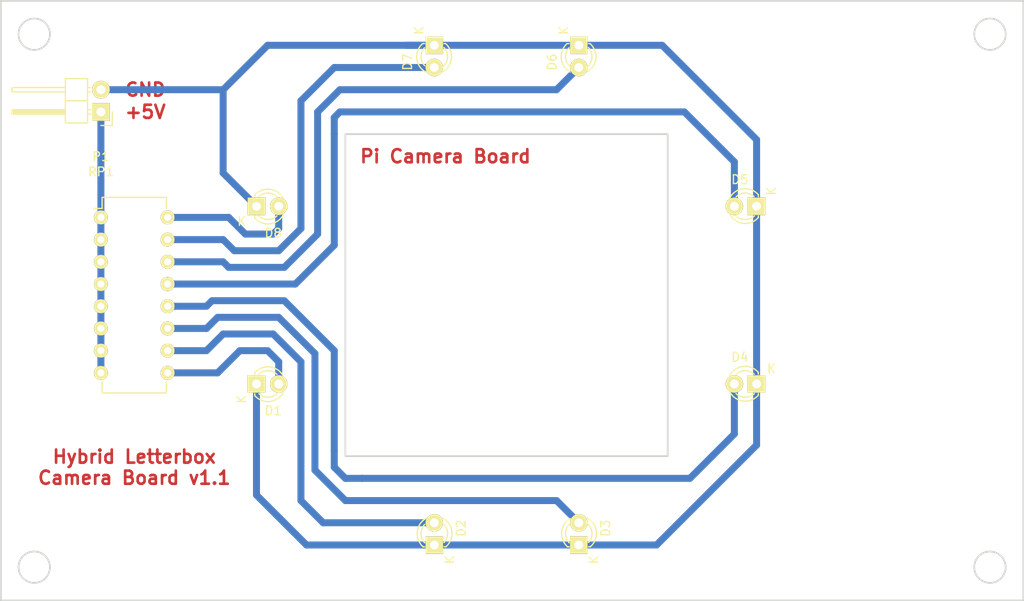
<source format=kicad_pcb>
(kicad_pcb (version 4) (host pcbnew 4.0.1-stable)

  (general
    (links 24)
    (no_connects 0)
    (area 67.209999 55.779999 184.250001 124.560001)
    (thickness 1.6)
    (drawings 21)
    (tracks 89)
    (zones 0)
    (modules 10)
    (nets 11)
  )

  (page A4)
  (layers
    (0 F.Cu signal)
    (31 B.Cu signal)
    (32 B.Adhes user)
    (33 F.Adhes user)
    (34 B.Paste user)
    (35 F.Paste user)
    (36 B.SilkS user)
    (37 F.SilkS user)
    (38 B.Mask user)
    (39 F.Mask user)
    (40 Dwgs.User user hide)
    (41 Cmts.User user)
    (42 Eco1.User user)
    (43 Eco2.User user)
    (44 Edge.Cuts user)
    (45 Margin user)
    (46 B.CrtYd user)
    (47 F.CrtYd user)
    (48 B.Fab user)
    (49 F.Fab user)
  )

  (setup
    (last_trace_width 0.8)
    (trace_clearance 0.8)
    (zone_clearance 0.508)
    (zone_45_only yes)
    (trace_min 0.8)
    (segment_width 0.2)
    (edge_width 0.2)
    (via_size 1.4)
    (via_drill 0.8)
    (via_min_size 1.4)
    (via_min_drill 0.8)
    (uvia_size 1.4)
    (uvia_drill 0.8)
    (uvias_allowed no)
    (uvia_min_size 1.4)
    (uvia_min_drill 0.8)
    (pcb_text_width 0.3)
    (pcb_text_size 1.5 1.5)
    (mod_edge_width 0.15)
    (mod_text_size 1 1)
    (mod_text_width 0.15)
    (pad_size 1.5 1.5)
    (pad_drill 0.6)
    (pad_to_mask_clearance 0)
    (aux_axis_origin 0 0)
    (visible_elements FFFFFF7F)
    (pcbplotparams
      (layerselection 0x00000_80000001)
      (usegerberextensions false)
      (excludeedgelayer false)
      (linewidth 0.100000)
      (plotframeref false)
      (viasonmask false)
      (mode 1)
      (useauxorigin false)
      (hpglpennumber 1)
      (hpglpenspeed 20)
      (hpglpendiameter 15)
      (hpglpenoverlay 2)
      (psnegative false)
      (psa4output false)
      (plotreference true)
      (plotvalue true)
      (plotinvisibletext false)
      (padsonsilk false)
      (subtractmaskfromsilk false)
      (outputformat 4)
      (mirror false)
      (drillshape 0)
      (scaleselection 1)
      (outputdirectory plots/))
  )

  (net 0 "")
  (net 1 GND)
  (net 2 "Net-(D1-Pad2)")
  (net 3 "Net-(D2-Pad2)")
  (net 4 "Net-(D3-Pad2)")
  (net 5 "Net-(D4-Pad2)")
  (net 6 "Net-(D5-Pad2)")
  (net 7 "Net-(D6-Pad2)")
  (net 8 "Net-(D7-Pad2)")
  (net 9 "Net-(D8-Pad2)")
  (net 10 +5V)

  (net_class Default "This is the default net class."
    (clearance 0.8)
    (trace_width 0.8)
    (via_dia 1.4)
    (via_drill 0.8)
    (uvia_dia 1.4)
    (uvia_drill 0.8)
    (add_net +5V)
    (add_net GND)
    (add_net "Net-(D1-Pad2)")
    (add_net "Net-(D2-Pad2)")
    (add_net "Net-(D3-Pad2)")
    (add_net "Net-(D4-Pad2)")
    (add_net "Net-(D5-Pad2)")
    (add_net "Net-(D6-Pad2)")
    (add_net "Net-(D7-Pad2)")
    (add_net "Net-(D8-Pad2)")
  )

  (module LEDs:LED-3MM (layer F.Cu) (tedit 56B8C204) (tstamp 56B8C1D3)
    (at 96.52 99.695)
    (descr "LED 3mm round vertical")
    (tags "LED  3mm round vertical")
    (path /569CF26A)
    (fp_text reference D1 (at 1.91 3.06) (layer F.SilkS)
      (effects (font (size 1 1) (thickness 0.15)))
    )
    (fp_text value LED (at 1.3 -2.9) (layer F.Fab)
      (effects (font (size 1 1) (thickness 0.15)))
    )
    (fp_line (start -1.2 2.3) (end 3.8 2.3) (layer F.CrtYd) (width 0.05))
    (fp_line (start 3.8 2.3) (end 3.8 -2.2) (layer F.CrtYd) (width 0.05))
    (fp_line (start 3.8 -2.2) (end -1.2 -2.2) (layer F.CrtYd) (width 0.05))
    (fp_line (start -1.2 -2.2) (end -1.2 2.3) (layer F.CrtYd) (width 0.05))
    (fp_line (start -0.199 1.314) (end -0.199 1.114) (layer F.SilkS) (width 0.15))
    (fp_line (start -0.199 -1.28) (end -0.199 -1.1) (layer F.SilkS) (width 0.15))
    (fp_arc (start 1.301 0.034) (end -0.199 -1.286) (angle 108.5) (layer F.SilkS) (width 0.15))
    (fp_arc (start 1.301 0.034) (end 0.25 -1.1) (angle 85.7) (layer F.SilkS) (width 0.15))
    (fp_arc (start 1.311 0.034) (end 3.051 0.994) (angle 110) (layer F.SilkS) (width 0.15))
    (fp_arc (start 1.301 0.034) (end 2.335 1.094) (angle 87.5) (layer F.SilkS) (width 0.15))
    (fp_text user K (at -1.69 1.74 90) (layer F.SilkS)
      (effects (font (size 1 1) (thickness 0.15)))
    )
    (pad 1 thru_hole rect (at 0 0 90) (size 2 2) (drill 1.00076) (layers *.Cu *.Mask F.SilkS)
      (net 1 GND))
    (pad 2 thru_hole circle (at 2.54 0) (size 2 2) (drill 1.00076) (layers *.Cu *.Mask F.SilkS)
      (net 2 "Net-(D1-Pad2)"))
    (model LEDs.3dshapes/LED-3MM.wrl
      (at (xyz 0.05 0 0))
      (scale (xyz 1 1 1))
      (rotate (xyz 0 0 90))
    )
  )

  (module LEDs:LED-3MM (layer F.Cu) (tedit 559B82F6) (tstamp 56B8C1D9)
    (at 116.84 118.11 90)
    (descr "LED 3mm round vertical")
    (tags "LED  3mm round vertical")
    (path /569CF2C0)
    (fp_text reference D2 (at 1.91 3.06 90) (layer F.SilkS)
      (effects (font (size 1 1) (thickness 0.15)))
    )
    (fp_text value LED (at 1.3 -2.9 90) (layer F.Fab)
      (effects (font (size 1 1) (thickness 0.15)))
    )
    (fp_line (start -1.2 2.3) (end 3.8 2.3) (layer F.CrtYd) (width 0.05))
    (fp_line (start 3.8 2.3) (end 3.8 -2.2) (layer F.CrtYd) (width 0.05))
    (fp_line (start 3.8 -2.2) (end -1.2 -2.2) (layer F.CrtYd) (width 0.05))
    (fp_line (start -1.2 -2.2) (end -1.2 2.3) (layer F.CrtYd) (width 0.05))
    (fp_line (start -0.199 1.314) (end -0.199 1.114) (layer F.SilkS) (width 0.15))
    (fp_line (start -0.199 -1.28) (end -0.199 -1.1) (layer F.SilkS) (width 0.15))
    (fp_arc (start 1.301 0.034) (end -0.199 -1.286) (angle 108.5) (layer F.SilkS) (width 0.15))
    (fp_arc (start 1.301 0.034) (end 0.25 -1.1) (angle 85.7) (layer F.SilkS) (width 0.15))
    (fp_arc (start 1.311 0.034) (end 3.051 0.994) (angle 110) (layer F.SilkS) (width 0.15))
    (fp_arc (start 1.301 0.034) (end 2.335 1.094) (angle 87.5) (layer F.SilkS) (width 0.15))
    (fp_text user K (at -1.69 1.74 90) (layer F.SilkS)
      (effects (font (size 1 1) (thickness 0.15)))
    )
    (pad 1 thru_hole rect (at 0 0 180) (size 2 2) (drill 1.00076) (layers *.Cu *.Mask F.SilkS)
      (net 1 GND))
    (pad 2 thru_hole circle (at 2.54 0 90) (size 2 2) (drill 1.00076) (layers *.Cu *.Mask F.SilkS)
      (net 3 "Net-(D2-Pad2)"))
    (model LEDs.3dshapes/LED-3MM.wrl
      (at (xyz 0.05 0 0))
      (scale (xyz 1 1 1))
      (rotate (xyz 0 0 90))
    )
  )

  (module LEDs:LED-3MM (layer F.Cu) (tedit 559B82F6) (tstamp 56B8C1DF)
    (at 133.35 118.11 90)
    (descr "LED 3mm round vertical")
    (tags "LED  3mm round vertical")
    (path /569CF2DA)
    (fp_text reference D3 (at 1.91 3.06 90) (layer F.SilkS)
      (effects (font (size 1 1) (thickness 0.15)))
    )
    (fp_text value LED (at 1.3 -2.9 90) (layer F.Fab)
      (effects (font (size 1 1) (thickness 0.15)))
    )
    (fp_line (start -1.2 2.3) (end 3.8 2.3) (layer F.CrtYd) (width 0.05))
    (fp_line (start 3.8 2.3) (end 3.8 -2.2) (layer F.CrtYd) (width 0.05))
    (fp_line (start 3.8 -2.2) (end -1.2 -2.2) (layer F.CrtYd) (width 0.05))
    (fp_line (start -1.2 -2.2) (end -1.2 2.3) (layer F.CrtYd) (width 0.05))
    (fp_line (start -0.199 1.314) (end -0.199 1.114) (layer F.SilkS) (width 0.15))
    (fp_line (start -0.199 -1.28) (end -0.199 -1.1) (layer F.SilkS) (width 0.15))
    (fp_arc (start 1.301 0.034) (end -0.199 -1.286) (angle 108.5) (layer F.SilkS) (width 0.15))
    (fp_arc (start 1.301 0.034) (end 0.25 -1.1) (angle 85.7) (layer F.SilkS) (width 0.15))
    (fp_arc (start 1.311 0.034) (end 3.051 0.994) (angle 110) (layer F.SilkS) (width 0.15))
    (fp_arc (start 1.301 0.034) (end 2.335 1.094) (angle 87.5) (layer F.SilkS) (width 0.15))
    (fp_text user K (at -1.69 1.74 90) (layer F.SilkS)
      (effects (font (size 1 1) (thickness 0.15)))
    )
    (pad 1 thru_hole rect (at 0 0 180) (size 2 2) (drill 1.00076) (layers *.Cu *.Mask F.SilkS)
      (net 1 GND))
    (pad 2 thru_hole circle (at 2.54 0 90) (size 2 2) (drill 1.00076) (layers *.Cu *.Mask F.SilkS)
      (net 4 "Net-(D3-Pad2)"))
    (model LEDs.3dshapes/LED-3MM.wrl
      (at (xyz 0.05 0 0))
      (scale (xyz 1 1 1))
      (rotate (xyz 0 0 90))
    )
  )

  (module LEDs:LED-3MM (layer F.Cu) (tedit 559B82F6) (tstamp 56B8C1E5)
    (at 153.67 99.695 180)
    (descr "LED 3mm round vertical")
    (tags "LED  3mm round vertical")
    (path /569CF2F5)
    (fp_text reference D4 (at 1.91 3.06 180) (layer F.SilkS)
      (effects (font (size 1 1) (thickness 0.15)))
    )
    (fp_text value LED (at 1.3 -2.9 180) (layer F.Fab)
      (effects (font (size 1 1) (thickness 0.15)))
    )
    (fp_line (start -1.2 2.3) (end 3.8 2.3) (layer F.CrtYd) (width 0.05))
    (fp_line (start 3.8 2.3) (end 3.8 -2.2) (layer F.CrtYd) (width 0.05))
    (fp_line (start 3.8 -2.2) (end -1.2 -2.2) (layer F.CrtYd) (width 0.05))
    (fp_line (start -1.2 -2.2) (end -1.2 2.3) (layer F.CrtYd) (width 0.05))
    (fp_line (start -0.199 1.314) (end -0.199 1.114) (layer F.SilkS) (width 0.15))
    (fp_line (start -0.199 -1.28) (end -0.199 -1.1) (layer F.SilkS) (width 0.15))
    (fp_arc (start 1.301 0.034) (end -0.199 -1.286) (angle 108.5) (layer F.SilkS) (width 0.15))
    (fp_arc (start 1.301 0.034) (end 0.25 -1.1) (angle 85.7) (layer F.SilkS) (width 0.15))
    (fp_arc (start 1.311 0.034) (end 3.051 0.994) (angle 110) (layer F.SilkS) (width 0.15))
    (fp_arc (start 1.301 0.034) (end 2.335 1.094) (angle 87.5) (layer F.SilkS) (width 0.15))
    (fp_text user K (at -1.69 1.74 180) (layer F.SilkS)
      (effects (font (size 1 1) (thickness 0.15)))
    )
    (pad 1 thru_hole rect (at 0 0 270) (size 2 2) (drill 1.00076) (layers *.Cu *.Mask F.SilkS)
      (net 1 GND))
    (pad 2 thru_hole circle (at 2.54 0 180) (size 2 2) (drill 1.00076) (layers *.Cu *.Mask F.SilkS)
      (net 5 "Net-(D4-Pad2)"))
    (model LEDs.3dshapes/LED-3MM.wrl
      (at (xyz 0.05 0 0))
      (scale (xyz 1 1 1))
      (rotate (xyz 0 0 90))
    )
  )

  (module LEDs:LED-3MM (layer F.Cu) (tedit 56B8C488) (tstamp 56B8C1EB)
    (at 153.67 79.375 180)
    (descr "LED 3mm round vertical")
    (tags "LED  3mm round vertical")
    (path /569CF313)
    (fp_text reference D5 (at 1.91 3.06 180) (layer F.SilkS)
      (effects (font (size 1 1) (thickness 0.15)))
    )
    (fp_text value LED (at 1.3 -2.9 180) (layer F.Fab)
      (effects (font (size 1 1) (thickness 0.15)))
    )
    (fp_line (start -1.2 2.3) (end 3.8 2.3) (layer F.CrtYd) (width 0.05))
    (fp_line (start 3.8 2.3) (end 3.8 -2.2) (layer F.CrtYd) (width 0.05))
    (fp_line (start 3.8 -2.2) (end -1.2 -2.2) (layer F.CrtYd) (width 0.05))
    (fp_line (start -1.2 -2.2) (end -1.2 2.3) (layer F.CrtYd) (width 0.05))
    (fp_line (start -0.199 1.314) (end -0.199 1.114) (layer F.SilkS) (width 0.15))
    (fp_line (start -0.199 -1.28) (end -0.199 -1.1) (layer F.SilkS) (width 0.15))
    (fp_arc (start 1.301 0.034) (end -0.199 -1.286) (angle 108.5) (layer F.SilkS) (width 0.15))
    (fp_arc (start 1.301 0.034) (end 0.25 -1.1) (angle 85.7) (layer F.SilkS) (width 0.15))
    (fp_arc (start 1.311 0.034) (end 3.051 0.994) (angle 110) (layer F.SilkS) (width 0.15))
    (fp_arc (start 1.301 0.034) (end 2.335 1.094) (angle 87.5) (layer F.SilkS) (width 0.15))
    (fp_text user K (at -1.69 1.74 270) (layer F.SilkS)
      (effects (font (size 1 1) (thickness 0.15)))
    )
    (pad 1 thru_hole rect (at 0 0 270) (size 2 2) (drill 1.00076) (layers *.Cu *.Mask F.SilkS)
      (net 1 GND))
    (pad 2 thru_hole circle (at 2.54 0 180) (size 2 2) (drill 1.00076) (layers *.Cu *.Mask F.SilkS)
      (net 6 "Net-(D5-Pad2)"))
    (model LEDs.3dshapes/LED-3MM.wrl
      (at (xyz 0.05 0 0))
      (scale (xyz 1 1 1))
      (rotate (xyz 0 0 90))
    )
  )

  (module LEDs:LED-3MM (layer F.Cu) (tedit 559B82F6) (tstamp 56B8C1F1)
    (at 133.35 60.96 270)
    (descr "LED 3mm round vertical")
    (tags "LED  3mm round vertical")
    (path /569CF48D)
    (fp_text reference D6 (at 1.91 3.06 270) (layer F.SilkS)
      (effects (font (size 1 1) (thickness 0.15)))
    )
    (fp_text value LED (at 1.3 -2.9 270) (layer F.Fab)
      (effects (font (size 1 1) (thickness 0.15)))
    )
    (fp_line (start -1.2 2.3) (end 3.8 2.3) (layer F.CrtYd) (width 0.05))
    (fp_line (start 3.8 2.3) (end 3.8 -2.2) (layer F.CrtYd) (width 0.05))
    (fp_line (start 3.8 -2.2) (end -1.2 -2.2) (layer F.CrtYd) (width 0.05))
    (fp_line (start -1.2 -2.2) (end -1.2 2.3) (layer F.CrtYd) (width 0.05))
    (fp_line (start -0.199 1.314) (end -0.199 1.114) (layer F.SilkS) (width 0.15))
    (fp_line (start -0.199 -1.28) (end -0.199 -1.1) (layer F.SilkS) (width 0.15))
    (fp_arc (start 1.301 0.034) (end -0.199 -1.286) (angle 108.5) (layer F.SilkS) (width 0.15))
    (fp_arc (start 1.301 0.034) (end 0.25 -1.1) (angle 85.7) (layer F.SilkS) (width 0.15))
    (fp_arc (start 1.311 0.034) (end 3.051 0.994) (angle 110) (layer F.SilkS) (width 0.15))
    (fp_arc (start 1.301 0.034) (end 2.335 1.094) (angle 87.5) (layer F.SilkS) (width 0.15))
    (fp_text user K (at -1.69 1.74 270) (layer F.SilkS)
      (effects (font (size 1 1) (thickness 0.15)))
    )
    (pad 1 thru_hole rect (at 0 0) (size 2 2) (drill 1.00076) (layers *.Cu *.Mask F.SilkS)
      (net 1 GND))
    (pad 2 thru_hole circle (at 2.54 0 270) (size 2 2) (drill 1.00076) (layers *.Cu *.Mask F.SilkS)
      (net 7 "Net-(D6-Pad2)"))
    (model LEDs.3dshapes/LED-3MM.wrl
      (at (xyz 0.05 0 0))
      (scale (xyz 1 1 1))
      (rotate (xyz 0 0 90))
    )
  )

  (module LEDs:LED-3MM (layer F.Cu) (tedit 559B82F6) (tstamp 56B8C1F7)
    (at 116.84 60.96 270)
    (descr "LED 3mm round vertical")
    (tags "LED  3mm round vertical")
    (path /569CF4B6)
    (fp_text reference D7 (at 1.91 3.06 270) (layer F.SilkS)
      (effects (font (size 1 1) (thickness 0.15)))
    )
    (fp_text value LED (at 1.3 -2.9 270) (layer F.Fab)
      (effects (font (size 1 1) (thickness 0.15)))
    )
    (fp_line (start -1.2 2.3) (end 3.8 2.3) (layer F.CrtYd) (width 0.05))
    (fp_line (start 3.8 2.3) (end 3.8 -2.2) (layer F.CrtYd) (width 0.05))
    (fp_line (start 3.8 -2.2) (end -1.2 -2.2) (layer F.CrtYd) (width 0.05))
    (fp_line (start -1.2 -2.2) (end -1.2 2.3) (layer F.CrtYd) (width 0.05))
    (fp_line (start -0.199 1.314) (end -0.199 1.114) (layer F.SilkS) (width 0.15))
    (fp_line (start -0.199 -1.28) (end -0.199 -1.1) (layer F.SilkS) (width 0.15))
    (fp_arc (start 1.301 0.034) (end -0.199 -1.286) (angle 108.5) (layer F.SilkS) (width 0.15))
    (fp_arc (start 1.301 0.034) (end 0.25 -1.1) (angle 85.7) (layer F.SilkS) (width 0.15))
    (fp_arc (start 1.311 0.034) (end 3.051 0.994) (angle 110) (layer F.SilkS) (width 0.15))
    (fp_arc (start 1.301 0.034) (end 2.335 1.094) (angle 87.5) (layer F.SilkS) (width 0.15))
    (fp_text user K (at -1.69 1.74 270) (layer F.SilkS)
      (effects (font (size 1 1) (thickness 0.15)))
    )
    (pad 1 thru_hole rect (at 0 0) (size 2 2) (drill 1.00076) (layers *.Cu *.Mask F.SilkS)
      (net 1 GND))
    (pad 2 thru_hole circle (at 2.54 0 270) (size 2 2) (drill 1.00076) (layers *.Cu *.Mask F.SilkS)
      (net 8 "Net-(D7-Pad2)"))
    (model LEDs.3dshapes/LED-3MM.wrl
      (at (xyz 0.05 0 0))
      (scale (xyz 1 1 1))
      (rotate (xyz 0 0 90))
    )
  )

  (module LEDs:LED-3MM (layer F.Cu) (tedit 559B82F6) (tstamp 56B8C1FD)
    (at 96.52 79.375)
    (descr "LED 3mm round vertical")
    (tags "LED  3mm round vertical")
    (path /569CF564)
    (fp_text reference D8 (at 1.91 3.06) (layer F.SilkS)
      (effects (font (size 1 1) (thickness 0.15)))
    )
    (fp_text value LED (at 1.3 -2.9) (layer F.Fab)
      (effects (font (size 1 1) (thickness 0.15)))
    )
    (fp_line (start -1.2 2.3) (end 3.8 2.3) (layer F.CrtYd) (width 0.05))
    (fp_line (start 3.8 2.3) (end 3.8 -2.2) (layer F.CrtYd) (width 0.05))
    (fp_line (start 3.8 -2.2) (end -1.2 -2.2) (layer F.CrtYd) (width 0.05))
    (fp_line (start -1.2 -2.2) (end -1.2 2.3) (layer F.CrtYd) (width 0.05))
    (fp_line (start -0.199 1.314) (end -0.199 1.114) (layer F.SilkS) (width 0.15))
    (fp_line (start -0.199 -1.28) (end -0.199 -1.1) (layer F.SilkS) (width 0.15))
    (fp_arc (start 1.301 0.034) (end -0.199 -1.286) (angle 108.5) (layer F.SilkS) (width 0.15))
    (fp_arc (start 1.301 0.034) (end 0.25 -1.1) (angle 85.7) (layer F.SilkS) (width 0.15))
    (fp_arc (start 1.311 0.034) (end 3.051 0.994) (angle 110) (layer F.SilkS) (width 0.15))
    (fp_arc (start 1.301 0.034) (end 2.335 1.094) (angle 87.5) (layer F.SilkS) (width 0.15))
    (fp_text user K (at -1.69 1.74) (layer F.SilkS)
      (effects (font (size 1 1) (thickness 0.15)))
    )
    (pad 1 thru_hole rect (at 0 0 90) (size 2 2) (drill 1.00076) (layers *.Cu *.Mask F.SilkS)
      (net 1 GND))
    (pad 2 thru_hole circle (at 2.54 0) (size 2 2) (drill 1.00076) (layers *.Cu *.Mask F.SilkS)
      (net 9 "Net-(D8-Pad2)"))
    (model LEDs.3dshapes/LED-3MM.wrl
      (at (xyz 0.05 0 0))
      (scale (xyz 1 1 1))
      (rotate (xyz 0 0 90))
    )
  )

  (module Housings_DIP:DIP-16_W7.62mm (layer F.Cu) (tedit 54130A77) (tstamp 56B8C32A)
    (at 78.74 80.645)
    (descr "16-lead dip package, row spacing 7.62 mm (300 mils)")
    (tags "dil dip 2.54 300")
    (path /569CF5B0)
    (fp_text reference RP1 (at 0 -5.22) (layer F.SilkS)
      (effects (font (size 1 1) (thickness 0.15)))
    )
    (fp_text value R_PACK8 (at 0 -3.72) (layer F.Fab)
      (effects (font (size 1 1) (thickness 0.15)))
    )
    (fp_line (start -1.05 -2.45) (end -1.05 20.25) (layer F.CrtYd) (width 0.05))
    (fp_line (start 8.65 -2.45) (end 8.65 20.25) (layer F.CrtYd) (width 0.05))
    (fp_line (start -1.05 -2.45) (end 8.65 -2.45) (layer F.CrtYd) (width 0.05))
    (fp_line (start -1.05 20.25) (end 8.65 20.25) (layer F.CrtYd) (width 0.05))
    (fp_line (start 0.135 -2.295) (end 0.135 -1.025) (layer F.SilkS) (width 0.15))
    (fp_line (start 7.485 -2.295) (end 7.485 -1.025) (layer F.SilkS) (width 0.15))
    (fp_line (start 7.485 20.075) (end 7.485 18.805) (layer F.SilkS) (width 0.15))
    (fp_line (start 0.135 20.075) (end 0.135 18.805) (layer F.SilkS) (width 0.15))
    (fp_line (start 0.135 -2.295) (end 7.485 -2.295) (layer F.SilkS) (width 0.15))
    (fp_line (start 0.135 20.075) (end 7.485 20.075) (layer F.SilkS) (width 0.15))
    (fp_line (start 0.135 -1.025) (end -0.8 -1.025) (layer F.SilkS) (width 0.15))
    (pad 1 thru_hole oval (at 0 0) (size 1.6 1.6) (drill 0.8) (layers *.Cu *.Mask F.SilkS)
      (net 10 +5V))
    (pad 2 thru_hole oval (at 0 2.54) (size 1.6 1.6) (drill 0.8) (layers *.Cu *.Mask F.SilkS)
      (net 10 +5V))
    (pad 3 thru_hole oval (at 0 5.08) (size 1.6 1.6) (drill 0.8) (layers *.Cu *.Mask F.SilkS)
      (net 10 +5V))
    (pad 4 thru_hole oval (at 0 7.62) (size 1.6 1.6) (drill 0.8) (layers *.Cu *.Mask F.SilkS)
      (net 10 +5V))
    (pad 5 thru_hole oval (at 0 10.16) (size 1.6 1.6) (drill 0.8) (layers *.Cu *.Mask F.SilkS)
      (net 10 +5V))
    (pad 6 thru_hole oval (at 0 12.7) (size 1.6 1.6) (drill 0.8) (layers *.Cu *.Mask F.SilkS)
      (net 10 +5V))
    (pad 7 thru_hole oval (at 0 15.24) (size 1.6 1.6) (drill 0.8) (layers *.Cu *.Mask F.SilkS)
      (net 10 +5V))
    (pad 8 thru_hole oval (at 0 17.78) (size 1.6 1.6) (drill 0.8) (layers *.Cu *.Mask F.SilkS)
      (net 10 +5V))
    (pad 9 thru_hole oval (at 7.62 17.78) (size 1.6 1.6) (drill 0.8) (layers *.Cu *.Mask F.SilkS)
      (net 2 "Net-(D1-Pad2)"))
    (pad 10 thru_hole oval (at 7.62 15.24) (size 1.6 1.6) (drill 0.8) (layers *.Cu *.Mask F.SilkS)
      (net 3 "Net-(D2-Pad2)"))
    (pad 11 thru_hole oval (at 7.62 12.7) (size 1.6 1.6) (drill 0.8) (layers *.Cu *.Mask F.SilkS)
      (net 4 "Net-(D3-Pad2)"))
    (pad 12 thru_hole oval (at 7.62 10.16) (size 1.6 1.6) (drill 0.8) (layers *.Cu *.Mask F.SilkS)
      (net 5 "Net-(D4-Pad2)"))
    (pad 13 thru_hole oval (at 7.62 7.62) (size 1.6 1.6) (drill 0.8) (layers *.Cu *.Mask F.SilkS)
      (net 6 "Net-(D5-Pad2)"))
    (pad 14 thru_hole oval (at 7.62 5.08) (size 1.6 1.6) (drill 0.8) (layers *.Cu *.Mask F.SilkS)
      (net 7 "Net-(D6-Pad2)"))
    (pad 15 thru_hole oval (at 7.62 2.54) (size 1.6 1.6) (drill 0.8) (layers *.Cu *.Mask F.SilkS)
      (net 8 "Net-(D7-Pad2)"))
    (pad 16 thru_hole oval (at 7.62 0) (size 1.6 1.6) (drill 0.8) (layers *.Cu *.Mask F.SilkS)
      (net 9 "Net-(D8-Pad2)"))
    (model Housings_DIP.3dshapes/DIP-16_W7.62mm.wrl
      (at (xyz 0 0 0))
      (scale (xyz 1 1 1))
      (rotate (xyz 0 0 0))
    )
  )

  (module Pin_Headers:Pin_Header_Angled_1x02 (layer F.Cu) (tedit 0) (tstamp 56BC6780)
    (at 78.74 68.58 180)
    (descr "Through hole pin header")
    (tags "pin header")
    (path /569CF6C0)
    (fp_text reference P1 (at 0 -5.1 180) (layer F.SilkS)
      (effects (font (size 1 1) (thickness 0.15)))
    )
    (fp_text value CONN_01X02 (at 0 -3.1 180) (layer F.Fab)
      (effects (font (size 1 1) (thickness 0.15)))
    )
    (fp_line (start -1.5 -1.75) (end -1.5 4.3) (layer F.CrtYd) (width 0.05))
    (fp_line (start 10.65 -1.75) (end 10.65 4.3) (layer F.CrtYd) (width 0.05))
    (fp_line (start -1.5 -1.75) (end 10.65 -1.75) (layer F.CrtYd) (width 0.05))
    (fp_line (start -1.5 4.3) (end 10.65 4.3) (layer F.CrtYd) (width 0.05))
    (fp_line (start -1.3 -1.55) (end -1.3 0) (layer F.SilkS) (width 0.15))
    (fp_line (start 0 -1.55) (end -1.3 -1.55) (layer F.SilkS) (width 0.15))
    (fp_line (start 4.191 -0.127) (end 10.033 -0.127) (layer F.SilkS) (width 0.15))
    (fp_line (start 10.033 -0.127) (end 10.033 0.127) (layer F.SilkS) (width 0.15))
    (fp_line (start 10.033 0.127) (end 4.191 0.127) (layer F.SilkS) (width 0.15))
    (fp_line (start 4.191 0.127) (end 4.191 0) (layer F.SilkS) (width 0.15))
    (fp_line (start 4.191 0) (end 10.033 0) (layer F.SilkS) (width 0.15))
    (fp_line (start 1.524 -0.254) (end 1.143 -0.254) (layer F.SilkS) (width 0.15))
    (fp_line (start 1.524 0.254) (end 1.143 0.254) (layer F.SilkS) (width 0.15))
    (fp_line (start 1.524 2.286) (end 1.143 2.286) (layer F.SilkS) (width 0.15))
    (fp_line (start 1.524 2.794) (end 1.143 2.794) (layer F.SilkS) (width 0.15))
    (fp_line (start 1.524 -1.27) (end 4.064 -1.27) (layer F.SilkS) (width 0.15))
    (fp_line (start 1.524 1.27) (end 4.064 1.27) (layer F.SilkS) (width 0.15))
    (fp_line (start 1.524 1.27) (end 1.524 3.81) (layer F.SilkS) (width 0.15))
    (fp_line (start 1.524 3.81) (end 4.064 3.81) (layer F.SilkS) (width 0.15))
    (fp_line (start 4.064 2.286) (end 10.16 2.286) (layer F.SilkS) (width 0.15))
    (fp_line (start 10.16 2.286) (end 10.16 2.794) (layer F.SilkS) (width 0.15))
    (fp_line (start 10.16 2.794) (end 4.064 2.794) (layer F.SilkS) (width 0.15))
    (fp_line (start 4.064 3.81) (end 4.064 1.27) (layer F.SilkS) (width 0.15))
    (fp_line (start 4.064 1.27) (end 4.064 -1.27) (layer F.SilkS) (width 0.15))
    (fp_line (start 10.16 0.254) (end 4.064 0.254) (layer F.SilkS) (width 0.15))
    (fp_line (start 10.16 -0.254) (end 10.16 0.254) (layer F.SilkS) (width 0.15))
    (fp_line (start 4.064 -0.254) (end 10.16 -0.254) (layer F.SilkS) (width 0.15))
    (fp_line (start 1.524 1.27) (end 4.064 1.27) (layer F.SilkS) (width 0.15))
    (fp_line (start 1.524 -1.27) (end 1.524 1.27) (layer F.SilkS) (width 0.15))
    (pad 1 thru_hole rect (at 0 0 180) (size 2.032 2.032) (drill 1.016) (layers *.Cu *.Mask F.SilkS)
      (net 10 +5V))
    (pad 2 thru_hole oval (at 0 2.54 180) (size 2.032 2.032) (drill 1.016) (layers *.Cu *.Mask F.SilkS)
      (net 1 GND))
    (model Pin_Headers.3dshapes/Pin_Header_Angled_1x02.wrl
      (at (xyz 0 -0.05 0))
      (scale (xyz 1 1 1))
      (rotate (xyz 0 0 90))
    )
  )

  (gr_line (start 97.79 99.695) (end 97.79 79.375) (angle 90) (layer Dwgs.User) (width 0.2))
  (gr_line (start 152.4 99.695) (end 97.79 99.695) (angle 90) (layer Dwgs.User) (width 0.2))
  (gr_line (start 152.4 79.375) (end 152.4 99.695) (angle 90) (layer Dwgs.User) (width 0.2))
  (gr_line (start 97.79 79.375) (end 152.4 79.375) (angle 90) (layer Dwgs.User) (width 0.2))
  (gr_circle (center 125.095 89.535) (end 144.145 110.49) (layer Dwgs.User) (width 0.2))
  (gr_text +5V (at 83.82 68.58) (layer F.Cu)
    (effects (font (size 1.5 1.5) (thickness 0.3)))
  )
  (gr_text GND (at 83.82 66.04) (layer F.Cu)
    (effects (font (size 1.5 1.5) (thickness 0.3)))
  )
  (gr_circle (center 180.34 59.69) (end 179.07 60.96) (layer Edge.Cuts) (width 0.2))
  (gr_circle (center 180.34 120.65) (end 181.61 121.92) (layer Edge.Cuts) (width 0.2))
  (gr_circle (center 71.12 120.65) (end 72.39 119.38) (layer Edge.Cuts) (width 0.2))
  (gr_circle (center 71.12 59.69) (end 72.39 60.96) (layer Edge.Cuts) (width 0.2))
  (gr_text "Hybrid Letterbox\nCamera Board v1.1" (at 82.55 109.22) (layer F.Cu)
    (effects (font (size 1.5 1.5) (thickness 0.3)))
  )
  (gr_line (start 184.15 55.88) (end 67.31 55.88) (angle 90) (layer Edge.Cuts) (width 0.2))
  (gr_line (start 67.31 124.46) (end 67.31 55.88) (angle 90) (layer Edge.Cuts) (width 0.2))
  (gr_line (start 184.15 124.46) (end 67.31 124.46) (angle 90) (layer Edge.Cuts) (width 0.2))
  (gr_line (start 184.15 55.88) (end 184.15 124.46) (angle 90) (layer Edge.Cuts) (width 0.2))
  (gr_text "Pi Camera Board" (at 118.11 73.66) (layer F.Cu)
    (effects (font (size 1.5 1.5) (thickness 0.3)))
  )
  (gr_line (start 106.68 107.95) (end 106.68 71.12) (angle 90) (layer Edge.Cuts) (width 0.2))
  (gr_line (start 143.51 107.95) (end 106.68 107.95) (angle 90) (layer Edge.Cuts) (width 0.2))
  (gr_line (start 143.51 71.12) (end 143.51 107.95) (angle 90) (layer Edge.Cuts) (width 0.2))
  (gr_line (start 106.68 71.12) (end 143.51 71.12) (angle 90) (layer Edge.Cuts) (width 0.2))

  (segment (start 96.52 79.375) (end 94.615 77.47) (width 0.8) (layer B.Cu) (net 1))
  (segment (start 116.84 60.96) (end 113.665 60.96) (width 0.8) (layer B.Cu) (net 1))
  (segment (start 92.71 75.565) (end 94.615 77.47) (width 0.8) (layer B.Cu) (net 1) (tstamp 56CC5F6A))
  (segment (start 92.71 66.04) (end 92.71 75.565) (width 0.8) (layer B.Cu) (net 1))
  (segment (start 133.35 118.11) (end 116.84 118.11) (width 0.8) (layer B.Cu) (net 1))
  (segment (start 116.84 118.11) (end 102.235 118.11) (width 0.8) (layer B.Cu) (net 1) (tstamp 56CC5F5E))
  (segment (start 96.52 112.395) (end 96.52 99.695) (width 0.8) (layer B.Cu) (net 1) (tstamp 56CC5F62))
  (segment (start 102.235 118.11) (end 96.52 112.395) (width 0.8) (layer B.Cu) (net 1) (tstamp 56CC5F5F))
  (segment (start 153.67 79.375) (end 153.67 99.695) (width 0.8) (layer B.Cu) (net 1))
  (segment (start 153.67 99.695) (end 153.67 106.68) (width 0.8) (layer B.Cu) (net 1) (tstamp 56CC5F54))
  (segment (start 142.24 118.11) (end 133.35 118.11) (width 0.8) (layer B.Cu) (net 1) (tstamp 56CC5F59))
  (segment (start 153.67 106.68) (end 142.24 118.11) (width 0.8) (layer B.Cu) (net 1) (tstamp 56CC5F55))
  (segment (start 78.74 66.04) (end 92.71 66.04) (width 0.8) (layer B.Cu) (net 1))
  (segment (start 97.79 60.96) (end 113.665 60.96) (width 0.8) (layer B.Cu) (net 1) (tstamp 56CC5F47))
  (segment (start 113.665 60.96) (end 133.35 60.96) (width 0.8) (layer B.Cu) (net 1) (tstamp 56CC6212))
  (segment (start 92.71 66.04) (end 97.79 60.96) (width 0.8) (layer B.Cu) (net 1) (tstamp 56CC5F43))
  (segment (start 133.35 60.96) (end 142.875 60.96) (width 0.8) (layer B.Cu) (net 1) (tstamp 56CC5F49))
  (segment (start 142.875 60.96) (end 153.035 71.12) (width 0.8) (layer B.Cu) (net 1) (tstamp 56CC5F4A))
  (segment (start 153.035 71.12) (end 153.67 71.755) (width 0.8) (layer B.Cu) (net 1) (tstamp 56CC5F4B))
  (segment (start 153.67 71.755) (end 153.67 79.375) (width 0.8) (layer B.Cu) (net 1) (tstamp 56CC5F4D))
  (segment (start 86.36 98.425) (end 92.075 98.425) (width 0.8) (layer B.Cu) (net 2))
  (segment (start 99.06 97.155) (end 99.06 99.695) (width 0.8) (layer B.Cu) (net 2) (tstamp 56CC5EFD))
  (segment (start 97.79 95.885) (end 99.06 97.155) (width 0.8) (layer B.Cu) (net 2) (tstamp 56CC5EFA))
  (segment (start 94.615 95.885) (end 97.79 95.885) (width 0.8) (layer B.Cu) (net 2) (tstamp 56CC5EF9))
  (segment (start 92.075 98.425) (end 94.615 95.885) (width 0.8) (layer B.Cu) (net 2) (tstamp 56CC5EF7))
  (segment (start 86.36 95.885) (end 90.805 95.885) (width 0.8) (layer B.Cu) (net 3))
  (segment (start 104.14 115.57) (end 116.84 115.57) (width 0.8) (layer B.Cu) (net 3) (tstamp 56CC5F08))
  (segment (start 101.6 113.03) (end 104.14 115.57) (width 0.8) (layer B.Cu) (net 3) (tstamp 56CC5F07))
  (segment (start 101.6 97.155) (end 101.6 113.03) (width 0.8) (layer B.Cu) (net 3) (tstamp 56CC5F05))
  (segment (start 98.425 93.98) (end 101.6 97.155) (width 0.8) (layer B.Cu) (net 3) (tstamp 56CC5F03))
  (segment (start 92.71 93.98) (end 98.425 93.98) (width 0.8) (layer B.Cu) (net 3) (tstamp 56CC5F01))
  (segment (start 90.805 95.885) (end 92.71 93.98) (width 0.8) (layer B.Cu) (net 3) (tstamp 56CC5F00))
  (segment (start 86.36 93.345) (end 90.805 93.345) (width 0.8) (layer B.Cu) (net 4))
  (segment (start 130.81 113.03) (end 133.35 115.57) (width 0.8) (layer B.Cu) (net 4) (tstamp 56CC5F22))
  (segment (start 106.68 113.03) (end 130.81 113.03) (width 0.8) (layer B.Cu) (net 4) (tstamp 56CC5F1E))
  (segment (start 103.200002 109.550002) (end 106.68 113.03) (width 0.8) (layer B.Cu) (net 4) (tstamp 56CC5F1C))
  (segment (start 103.200002 96.215002) (end 103.200002 109.550002) (width 0.8) (layer B.Cu) (net 4) (tstamp 56CC5F19))
  (segment (start 99.06 92.075) (end 103.200002 96.215002) (width 0.8) (layer B.Cu) (net 4) (tstamp 56CC5F10))
  (segment (start 92.075 92.075) (end 99.06 92.075) (width 0.8) (layer B.Cu) (net 4) (tstamp 56CC5F0C))
  (segment (start 90.805 93.345) (end 92.075 92.075) (width 0.8) (layer B.Cu) (net 4) (tstamp 56CC5F0B))
  (segment (start 105.41 109.22) (end 105.41 107.315) (width 0.8) (layer B.Cu) (net 5) (tstamp 56CC6288))
  (segment (start 106.68 110.49) (end 105.41 109.22) (width 0.8) (layer B.Cu) (net 5) (tstamp 56CC6287))
  (segment (start 108.585 110.49) (end 106.68 110.49) (width 0.8) (layer B.Cu) (net 5))
  (segment (start 90.805 90.805) (end 91.44 90.17) (width 0.8) (layer B.Cu) (net 5) (tstamp 56CC5F25))
  (segment (start 91.44 90.17) (end 99.695 90.17) (width 0.8) (layer B.Cu) (net 5) (tstamp 56CC5F2B))
  (segment (start 99.695 90.17) (end 105.41 95.885) (width 0.8) (layer B.Cu) (net 5) (tstamp 56CC5F2D))
  (segment (start 105.41 95.885) (end 105.41 107.315) (width 0.8) (layer B.Cu) (net 5) (tstamp 56CC5F2F))
  (segment (start 108.585 110.49) (end 146.05 110.49) (width 0.8) (layer B.Cu) (net 5) (tstamp 56CC5F32))
  (segment (start 146.05 110.49) (end 151.13 105.41) (width 0.8) (layer B.Cu) (net 5) (tstamp 56CC5F33))
  (segment (start 151.13 99.695) (end 151.13 105.41) (width 0.8) (layer B.Cu) (net 5) (tstamp 56CC5F34))
  (segment (start 90.805 90.805) (end 86.36 90.805) (width 0.8) (layer B.Cu) (net 5))
  (segment (start 105.41 71.12) (end 105.41 69.215) (width 0.8) (layer B.Cu) (net 6))
  (segment (start 100.965 88.265) (end 105.41 83.82) (width 0.8) (layer B.Cu) (net 6) (tstamp 56CC5EE7))
  (segment (start 105.41 83.82) (end 105.41 71.12) (width 0.8) (layer B.Cu) (net 6) (tstamp 56CC5EE9))
  (segment (start 107.95 68.58) (end 145.415 68.58) (width 0.8) (layer B.Cu) (net 6) (tstamp 56CC5EEC))
  (segment (start 145.415 68.58) (end 151.13 74.295) (width 0.8) (layer B.Cu) (net 6) (tstamp 56CC5EED))
  (segment (start 151.13 79.375) (end 151.13 74.295) (width 0.8) (layer B.Cu) (net 6) (tstamp 56CC5EF0))
  (segment (start 100.965 88.265) (end 86.36 88.265) (width 0.8) (layer B.Cu) (net 6))
  (segment (start 106.045 68.58) (end 107.95 68.58) (width 0.8) (layer B.Cu) (net 6) (tstamp 56CC627E))
  (segment (start 105.41 69.215) (end 106.045 68.58) (width 0.8) (layer B.Cu) (net 6) (tstamp 56CC627C))
  (segment (start 86.36 85.725) (end 92.71 85.725) (width 0.8) (layer B.Cu) (net 7))
  (segment (start 130.81 66.04) (end 133.35 63.5) (width 0.8) (layer B.Cu) (net 7) (tstamp 56CC5EE0))
  (segment (start 106.045 66.04) (end 130.81 66.04) (width 0.8) (layer B.Cu) (net 7) (tstamp 56CC5EDD))
  (segment (start 103.505 68.58) (end 106.045 66.04) (width 0.8) (layer B.Cu) (net 7) (tstamp 56CC5EDB))
  (segment (start 103.505 82.55) (end 103.505 68.58) (width 0.8) (layer B.Cu) (net 7) (tstamp 56CC5ED8))
  (segment (start 99.695 86.36) (end 103.505 82.55) (width 0.8) (layer B.Cu) (net 7) (tstamp 56CC5ED6))
  (segment (start 93.345 86.36) (end 99.695 86.36) (width 0.8) (layer B.Cu) (net 7) (tstamp 56CC5ED5))
  (segment (start 92.71 85.725) (end 93.345 86.36) (width 0.8) (layer B.Cu) (net 7) (tstamp 56CC5ED2))
  (segment (start 86.36 83.185) (end 92.71 83.185) (width 0.8) (layer B.Cu) (net 8))
  (segment (start 105.41 63.5) (end 116.84 63.5) (width 0.8) (layer B.Cu) (net 8) (tstamp 56CC5ECE))
  (segment (start 101.6 67.31) (end 105.41 63.5) (width 0.8) (layer B.Cu) (net 8) (tstamp 56CC5ECB))
  (segment (start 101.6 81.915) (end 101.6 67.31) (width 0.8) (layer B.Cu) (net 8) (tstamp 56CC5EC7))
  (segment (start 99.06 84.455) (end 101.6 81.915) (width 0.8) (layer B.Cu) (net 8) (tstamp 56CC5EC4))
  (segment (start 93.98 84.455) (end 99.06 84.455) (width 0.8) (layer B.Cu) (net 8) (tstamp 56CC5EC3))
  (segment (start 92.71 83.185) (end 93.98 84.455) (width 0.8) (layer B.Cu) (net 8) (tstamp 56CC5EC1))
  (segment (start 86.36 80.645) (end 93.345 80.645) (width 0.8) (layer B.Cu) (net 9))
  (segment (start 99.06 81.915) (end 99.06 79.375) (width 0.8) (layer B.Cu) (net 9) (tstamp 56CC5EBC))
  (segment (start 98.425 82.55) (end 99.06 81.915) (width 0.8) (layer B.Cu) (net 9) (tstamp 56CC5EB7))
  (segment (start 95.25 82.55) (end 98.425 82.55) (width 0.8) (layer B.Cu) (net 9) (tstamp 56CC5EB6))
  (segment (start 93.345 80.645) (end 95.25 82.55) (width 0.8) (layer B.Cu) (net 9) (tstamp 56CC5EB4))
  (segment (start 78.74 68.58) (end 78.74 80.645) (width 0.8) (layer B.Cu) (net 10))
  (segment (start 78.74 80.645) (end 78.74 83.185) (width 0.8) (layer B.Cu) (net 10) (tstamp 56CC5F3A))
  (segment (start 78.74 83.185) (end 78.74 85.725) (width 0.8) (layer B.Cu) (net 10) (tstamp 56CC5F3B))
  (segment (start 78.74 85.725) (end 78.74 88.265) (width 0.8) (layer B.Cu) (net 10) (tstamp 56CC5F3C))
  (segment (start 78.74 88.265) (end 78.74 90.805) (width 0.8) (layer B.Cu) (net 10) (tstamp 56CC5F3D))
  (segment (start 78.74 90.805) (end 78.74 93.345) (width 0.8) (layer B.Cu) (net 10) (tstamp 56CC5F3E))
  (segment (start 78.74 93.345) (end 78.74 95.885) (width 0.8) (layer B.Cu) (net 10) (tstamp 56CC5F3F))
  (segment (start 78.74 95.885) (end 78.74 98.425) (width 0.8) (layer B.Cu) (net 10) (tstamp 56CC5F40))
  (segment (start 78.74 96.52) (end 78.74 99.06) (width 0.25) (layer B.Cu) (net 10) (tstamp 56B8C665) (status 30))

)

</source>
